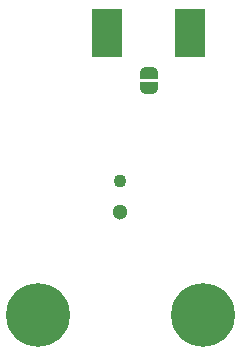
<source format=gbr>
%TF.GenerationSoftware,KiCad,Pcbnew,(6.0.7)*%
%TF.CreationDate,2022-11-17T15:53:31+01:00*%
%TF.ProjectId,SFH203_photodetector,53464832-3033-45f7-9068-6f746f646574,2.0*%
%TF.SameCoordinates,Original*%
%TF.FileFunction,Soldermask,Bot*%
%TF.FilePolarity,Negative*%
%FSLAX46Y46*%
G04 Gerber Fmt 4.6, Leading zero omitted, Abs format (unit mm)*
G04 Created by KiCad (PCBNEW (6.0.7)) date 2022-11-17 15:53:31*
%MOMM*%
%LPD*%
G01*
G04 APERTURE LIST*
G04 Aperture macros list*
%AMFreePoly0*
4,1,22,0.500000,-0.750000,0.000000,-0.750000,0.000000,-0.745033,-0.079941,-0.743568,-0.215256,-0.701293,-0.333266,-0.622738,-0.424486,-0.514219,-0.481581,-0.384460,-0.499164,-0.250000,-0.500000,-0.250000,-0.500000,0.250000,-0.499164,0.250000,-0.499963,0.256109,-0.478152,0.396186,-0.417904,0.524511,-0.324060,0.630769,-0.204165,0.706417,-0.067858,0.745374,0.000000,0.744959,0.000000,0.750000,
0.500000,0.750000,0.500000,-0.750000,0.500000,-0.750000,$1*%
%AMFreePoly1*
4,1,20,0.000000,0.744959,0.073905,0.744508,0.209726,0.703889,0.328688,0.626782,0.421226,0.519385,0.479903,0.390333,0.500000,0.250000,0.500000,-0.250000,0.499851,-0.262216,0.476331,-0.402017,0.414519,-0.529596,0.319384,-0.634700,0.198574,-0.708877,0.061801,-0.746166,0.000000,-0.745033,0.000000,-0.750000,-0.500000,-0.750000,-0.500000,0.750000,0.000000,0.750000,0.000000,0.744959,
0.000000,0.744959,$1*%
G04 Aperture macros list end*
%ADD10C,0.800000*%
%ADD11C,5.400000*%
%ADD12R,2.665000X4.190000*%
%ADD13FreePoly0,90.000000*%
%ADD14FreePoly1,90.000000*%
%ADD15C,1.300000*%
%ADD16C,1.100000*%
G04 APERTURE END LIST*
D10*
%TO.C,H2*%
X192025000Y-117000000D03*
X190000000Y-119025000D03*
X191431891Y-118431891D03*
D11*
X190000000Y-117000000D03*
D10*
X190000000Y-114975000D03*
X188568109Y-118431891D03*
X191431891Y-115568109D03*
X187975000Y-117000000D03*
X188568109Y-115568109D03*
%TD*%
%TO.C,H1*%
X202568109Y-115568109D03*
X201975000Y-117000000D03*
X205431891Y-115568109D03*
X202568109Y-118431891D03*
X204000000Y-114975000D03*
D11*
X204000000Y-117000000D03*
D10*
X205431891Y-118431891D03*
X204000000Y-119025000D03*
X206025000Y-117000000D03*
%TD*%
D12*
%TO.C,J4*%
X202885000Y-93125000D03*
X195900000Y-93125000D03*
%TD*%
D13*
%TO.C,JP1*%
X199400000Y-97800000D03*
D14*
X199400000Y-96500000D03*
%TD*%
D15*
%TO.C,D1*%
X196992500Y-108270000D03*
D16*
X196992500Y-105710000D03*
%TD*%
M02*

</source>
